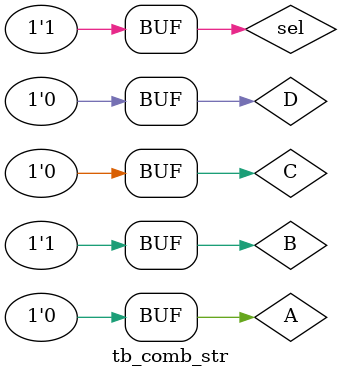
<source format=v>

`timescale 1ns/1ns

`include "comb_str.v"

module tb_comb_str();
  reg A,B,C,D,sel;
  wire y;
  
  comb_str a(y,sel,A,B,C,D);
  
  initial begin
    sel = 1'b0;
    #50 sel = 1'b1;
  end
  
  initial begin
    {A,B,C,D} = 4'b0;
    repeat(100) #2 {A,B,C,D} = {A,B,C,D} + 1;
  end
  
  initial begin
    $monitor("At time %4t, sel=%b, A=%b, B=%b, C=%b, D=%b, y=%b",
              $time, sel, A, B, C, D, y);
  end

endmodule
</source>
